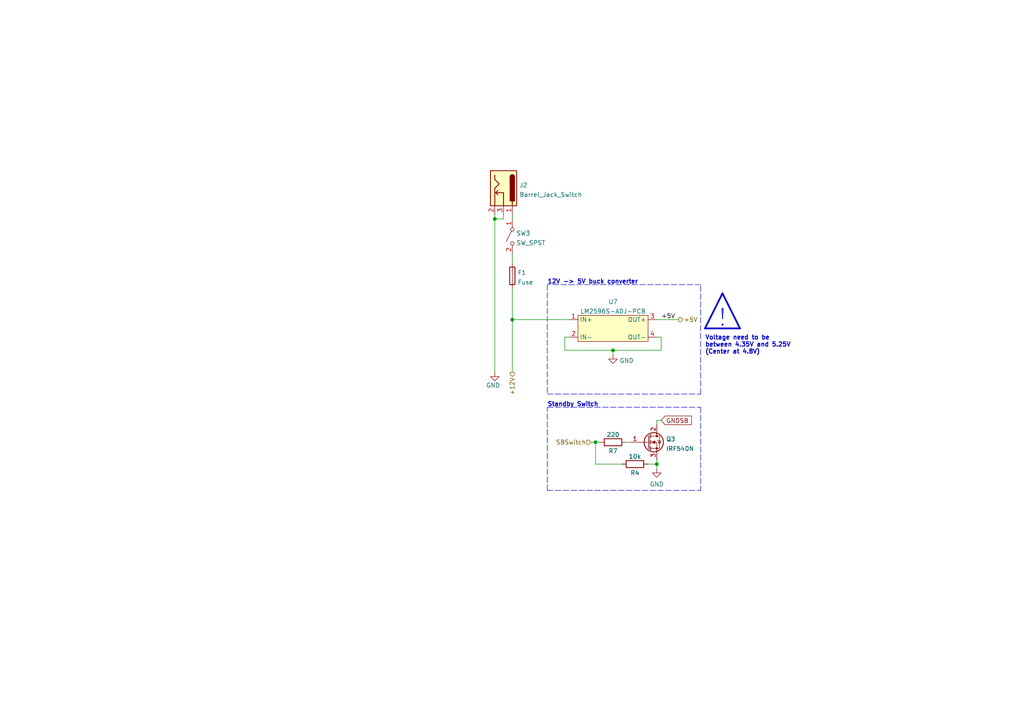
<source format=kicad_sch>
(kicad_sch (version 20210621) (generator eeschema)

  (uuid 1ffae53f-37aa-4f2a-a3f7-8cee4769b285)

  (paper "A4")

  (title_block
    (title "Filament Dryer Power Supply")
    (date "2022-06-20")
    (rev "1")
    (company "Fuziot Engineering")
  )

  (lib_symbols
    (symbol "Buck_Converters:LM2596S-ADJ-PCB" (in_bom yes) (on_board yes)
      (property "Reference" "U" (id 0) (at 0 5.08 0)
        (effects (font (size 1.27 1.27)))
      )
      (property "Value" "LM2596S-ADJ-PCB" (id 1) (at 0 -5.08 0)
        (effects (font (size 1.27 1.27)))
      )
      (property "Footprint" "" (id 2) (at 0 0 0)
        (effects (font (size 1.27 1.27)) hide)
      )
      (property "Datasheet" "" (id 3) (at 0 0 0)
        (effects (font (size 1.27 1.27)) hide)
      )
      (symbol "LM2596S-ADJ-PCB_0_1"
        (rectangle (start -10.16 3.81) (end 10.16 -3.81)
          (stroke (width 0.1524) (type default) (color 0 0 0 0))
          (fill (type background))
        )
      )
      (symbol "LM2596S-ADJ-PCB_1_1"
        (pin power_in line (at -12.7 2.54 0) (length 2.54)
          (name "IN+" (effects (font (size 1.27 1.27))))
          (number "1" (effects (font (size 1.27 1.27))))
        )
        (pin power_in line (at -12.7 -2.54 0) (length 2.54)
          (name "IN-" (effects (font (size 1.27 1.27))))
          (number "2" (effects (font (size 1.27 1.27))))
        )
        (pin power_in line (at 12.7 2.54 180) (length 2.54)
          (name "OUT+" (effects (font (size 1.27 1.27))))
          (number "3" (effects (font (size 1.27 1.27))))
        )
        (pin power_in line (at 12.7 -2.54 180) (length 2.54)
          (name "OUT-" (effects (font (size 1.27 1.27))))
          (number "4" (effects (font (size 1.27 1.27))))
        )
      )
    )
    (symbol "Connector:Barrel_Jack_Switch" (pin_names hide) (in_bom yes) (on_board yes)
      (property "Reference" "J" (id 0) (at 0 5.334 0)
        (effects (font (size 1.27 1.27)))
      )
      (property "Value" "Barrel_Jack_Switch" (id 1) (at 0 -5.08 0)
        (effects (font (size 1.27 1.27)))
      )
      (property "Footprint" "" (id 2) (at 1.27 -1.016 0)
        (effects (font (size 1.27 1.27)) hide)
      )
      (property "Datasheet" "~" (id 3) (at 1.27 -1.016 0)
        (effects (font (size 1.27 1.27)) hide)
      )
      (property "ki_keywords" "DC power barrel jack connector" (id 4) (at 0 0 0)
        (effects (font (size 1.27 1.27)) hide)
      )
      (property "ki_description" "DC Barrel Jack with an internal switch" (id 5) (at 0 0 0)
        (effects (font (size 1.27 1.27)) hide)
      )
      (property "ki_fp_filters" "BarrelJack*" (id 6) (at 0 0 0)
        (effects (font (size 1.27 1.27)) hide)
      )
      (symbol "Barrel_Jack_Switch_0_1"
        (rectangle (start -5.08 3.81) (end 5.08 -3.81)
          (stroke (width 0.254) (type default) (color 0 0 0 0))
          (fill (type background))
        )
        (arc (start -3.302 3.175) (mid -3.937 2.54) (end -3.302 1.905)
          (stroke (width 0.254) (type default) (color 0 0 0 0))
          (fill (type none))
        )
        (arc (start -3.302 3.175) (mid -3.937 2.54) (end -3.302 1.905)
          (stroke (width 0.254) (type default) (color 0 0 0 0))
          (fill (type outline))
        )
        (polyline
          (pts
            (xy 1.27 -2.286)
            (xy 1.905 -1.651)
          )
          (stroke (width 0.254) (type default) (color 0 0 0 0))
          (fill (type none))
        )
        (polyline
          (pts
            (xy 5.08 2.54)
            (xy 3.81 2.54)
          )
          (stroke (width 0.254) (type default) (color 0 0 0 0))
          (fill (type none))
        )
        (polyline
          (pts
            (xy 5.08 0)
            (xy 1.27 0)
            (xy 1.27 -2.286)
            (xy 0.635 -1.651)
          )
          (stroke (width 0.254) (type default) (color 0 0 0 0))
          (fill (type none))
        )
        (polyline
          (pts
            (xy -3.81 -2.54)
            (xy -2.54 -2.54)
            (xy -1.27 -1.27)
            (xy 0 -2.54)
            (xy 2.54 -2.54)
            (xy 5.08 -2.54)
          )
          (stroke (width 0.254) (type default) (color 0 0 0 0))
          (fill (type none))
        )
        (rectangle (start 3.683 3.175) (end -3.302 1.905)
          (stroke (width 0.254) (type default) (color 0 0 0 0))
          (fill (type outline))
        )
      )
      (symbol "Barrel_Jack_Switch_1_1"
        (pin passive line (at 7.62 2.54 180) (length 2.54)
          (name "~" (effects (font (size 1.27 1.27))))
          (number "1" (effects (font (size 1.27 1.27))))
        )
        (pin passive line (at 7.62 -2.54 180) (length 2.54)
          (name "~" (effects (font (size 1.27 1.27))))
          (number "2" (effects (font (size 1.27 1.27))))
        )
        (pin passive line (at 7.62 0 180) (length 2.54)
          (name "~" (effects (font (size 1.27 1.27))))
          (number "3" (effects (font (size 1.27 1.27))))
        )
      )
    )
    (symbol "Device:Fuse" (pin_numbers hide) (pin_names (offset 0)) (in_bom yes) (on_board yes)
      (property "Reference" "F" (id 0) (at 2.032 0 90)
        (effects (font (size 1.27 1.27)))
      )
      (property "Value" "Fuse" (id 1) (at -1.905 0 90)
        (effects (font (size 1.27 1.27)))
      )
      (property "Footprint" "" (id 2) (at -1.778 0 90)
        (effects (font (size 1.27 1.27)) hide)
      )
      (property "Datasheet" "~" (id 3) (at 0 0 0)
        (effects (font (size 1.27 1.27)) hide)
      )
      (property "ki_keywords" "fuse" (id 4) (at 0 0 0)
        (effects (font (size 1.27 1.27)) hide)
      )
      (property "ki_description" "Fuse" (id 5) (at 0 0 0)
        (effects (font (size 1.27 1.27)) hide)
      )
      (property "ki_fp_filters" "*Fuse*" (id 6) (at 0 0 0)
        (effects (font (size 1.27 1.27)) hide)
      )
      (symbol "Fuse_0_1"
        (rectangle (start -0.762 -2.54) (end 0.762 2.54)
          (stroke (width 0.254) (type default) (color 0 0 0 0))
          (fill (type none))
        )
        (polyline
          (pts
            (xy 0 2.54)
            (xy 0 -2.54)
          )
          (stroke (width 0) (type default) (color 0 0 0 0))
          (fill (type none))
        )
      )
      (symbol "Fuse_1_1"
        (pin passive line (at 0 3.81 270) (length 1.27)
          (name "~" (effects (font (size 1.27 1.27))))
          (number "1" (effects (font (size 1.27 1.27))))
        )
        (pin passive line (at 0 -3.81 90) (length 1.27)
          (name "~" (effects (font (size 1.27 1.27))))
          (number "2" (effects (font (size 1.27 1.27))))
        )
      )
    )
    (symbol "Device:R" (pin_numbers hide) (pin_names (offset 0)) (in_bom yes) (on_board yes)
      (property "Reference" "R" (id 0) (at 2.032 0 90)
        (effects (font (size 1.27 1.27)))
      )
      (property "Value" "R" (id 1) (at 0 0 90)
        (effects (font (size 1.27 1.27)))
      )
      (property "Footprint" "" (id 2) (at -1.778 0 90)
        (effects (font (size 1.27 1.27)) hide)
      )
      (property "Datasheet" "~" (id 3) (at 0 0 0)
        (effects (font (size 1.27 1.27)) hide)
      )
      (property "ki_keywords" "R res resistor" (id 4) (at 0 0 0)
        (effects (font (size 1.27 1.27)) hide)
      )
      (property "ki_description" "Resistor" (id 5) (at 0 0 0)
        (effects (font (size 1.27 1.27)) hide)
      )
      (property "ki_fp_filters" "R_*" (id 6) (at 0 0 0)
        (effects (font (size 1.27 1.27)) hide)
      )
      (symbol "R_0_1"
        (rectangle (start -1.016 -2.54) (end 1.016 2.54)
          (stroke (width 0.254) (type default) (color 0 0 0 0))
          (fill (type none))
        )
      )
      (symbol "R_1_1"
        (pin passive line (at 0 3.81 270) (length 1.27)
          (name "~" (effects (font (size 1.27 1.27))))
          (number "1" (effects (font (size 1.27 1.27))))
        )
        (pin passive line (at 0 -3.81 90) (length 1.27)
          (name "~" (effects (font (size 1.27 1.27))))
          (number "2" (effects (font (size 1.27 1.27))))
        )
      )
    )
    (symbol "Switch:SW_SPST" (pin_names (offset 0) hide) (in_bom yes) (on_board yes)
      (property "Reference" "SW" (id 0) (at 0 3.175 0)
        (effects (font (size 1.27 1.27)))
      )
      (property "Value" "SW_SPST" (id 1) (at 0 -2.54 0)
        (effects (font (size 1.27 1.27)))
      )
      (property "Footprint" "" (id 2) (at 0 0 0)
        (effects (font (size 1.27 1.27)) hide)
      )
      (property "Datasheet" "~" (id 3) (at 0 0 0)
        (effects (font (size 1.27 1.27)) hide)
      )
      (property "ki_keywords" "switch lever" (id 4) (at 0 0 0)
        (effects (font (size 1.27 1.27)) hide)
      )
      (property "ki_description" "Single Pole Single Throw (SPST) switch" (id 5) (at 0 0 0)
        (effects (font (size 1.27 1.27)) hide)
      )
      (symbol "SW_SPST_0_0"
        (circle (center -2.032 0) (radius 0.508)
          (stroke (width 0) (type default) (color 0 0 0 0))
          (fill (type none))
        )
        (polyline
          (pts
            (xy -1.524 0.254)
            (xy 1.524 1.778)
          )
          (stroke (width 0) (type default) (color 0 0 0 0))
          (fill (type none))
        )
        (circle (center 2.032 0) (radius 0.508)
          (stroke (width 0) (type default) (color 0 0 0 0))
          (fill (type none))
        )
      )
      (symbol "SW_SPST_1_1"
        (pin passive line (at -5.08 0 0) (length 2.54)
          (name "A" (effects (font (size 1.27 1.27))))
          (number "1" (effects (font (size 1.27 1.27))))
        )
        (pin passive line (at 5.08 0 180) (length 2.54)
          (name "B" (effects (font (size 1.27 1.27))))
          (number "2" (effects (font (size 1.27 1.27))))
        )
      )
    )
    (symbol "Transistor_FET:IRF540N" (pin_names hide) (in_bom yes) (on_board yes)
      (property "Reference" "Q" (id 0) (at 6.35 1.905 0)
        (effects (font (size 1.27 1.27)) (justify left))
      )
      (property "Value" "IRF540N" (id 1) (at 6.35 0 0)
        (effects (font (size 1.27 1.27)) (justify left))
      )
      (property "Footprint" "Package_TO_SOT_THT:TO-220-3_Vertical" (id 2) (at 6.35 -1.905 0)
        (effects (font (size 1.27 1.27) italic) (justify left) hide)
      )
      (property "Datasheet" "http://www.irf.com/product-info/datasheets/data/irf540n.pdf" (id 3) (at 0 0 0)
        (effects (font (size 1.27 1.27)) (justify left) hide)
      )
      (property "ki_keywords" "HEXFET N-Channel MOSFET" (id 4) (at 0 0 0)
        (effects (font (size 1.27 1.27)) hide)
      )
      (property "ki_description" "33A Id, 100V Vds, HEXFET N-Channel MOSFET, TO-220" (id 5) (at 0 0 0)
        (effects (font (size 1.27 1.27)) hide)
      )
      (property "ki_fp_filters" "TO?220*" (id 6) (at 0 0 0)
        (effects (font (size 1.27 1.27)) hide)
      )
      (symbol "IRF540N_0_1"
        (polyline
          (pts
            (xy 0.254 0)
            (xy -2.54 0)
          )
          (stroke (width 0) (type default) (color 0 0 0 0))
          (fill (type none))
        )
        (polyline
          (pts
            (xy 0.254 1.905)
            (xy 0.254 -1.905)
          )
          (stroke (width 0.254) (type default) (color 0 0 0 0))
          (fill (type none))
        )
        (polyline
          (pts
            (xy 0.762 -1.27)
            (xy 0.762 -2.286)
          )
          (stroke (width 0.254) (type default) (color 0 0 0 0))
          (fill (type none))
        )
        (polyline
          (pts
            (xy 0.762 0.508)
            (xy 0.762 -0.508)
          )
          (stroke (width 0.254) (type default) (color 0 0 0 0))
          (fill (type none))
        )
        (polyline
          (pts
            (xy 0.762 2.286)
            (xy 0.762 1.27)
          )
          (stroke (width 0.254) (type default) (color 0 0 0 0))
          (fill (type none))
        )
        (polyline
          (pts
            (xy 2.54 2.54)
            (xy 2.54 1.778)
          )
          (stroke (width 0) (type default) (color 0 0 0 0))
          (fill (type none))
        )
        (polyline
          (pts
            (xy 2.54 -2.54)
            (xy 2.54 0)
            (xy 0.762 0)
          )
          (stroke (width 0) (type default) (color 0 0 0 0))
          (fill (type none))
        )
        (polyline
          (pts
            (xy 0.762 -1.778)
            (xy 3.302 -1.778)
            (xy 3.302 1.778)
            (xy 0.762 1.778)
          )
          (stroke (width 0) (type default) (color 0 0 0 0))
          (fill (type none))
        )
        (polyline
          (pts
            (xy 1.016 0)
            (xy 2.032 0.381)
            (xy 2.032 -0.381)
            (xy 1.016 0)
          )
          (stroke (width 0) (type default) (color 0 0 0 0))
          (fill (type outline))
        )
        (polyline
          (pts
            (xy 2.794 0.508)
            (xy 2.921 0.381)
            (xy 3.683 0.381)
            (xy 3.81 0.254)
          )
          (stroke (width 0) (type default) (color 0 0 0 0))
          (fill (type none))
        )
        (polyline
          (pts
            (xy 3.302 0.381)
            (xy 2.921 -0.254)
            (xy 3.683 -0.254)
            (xy 3.302 0.381)
          )
          (stroke (width 0) (type default) (color 0 0 0 0))
          (fill (type none))
        )
        (circle (center 1.651 0) (radius 2.794)
          (stroke (width 0.254) (type default) (color 0 0 0 0))
          (fill (type none))
        )
        (circle (center 2.54 -1.778) (radius 0.254)
          (stroke (width 0) (type default) (color 0 0 0 0))
          (fill (type outline))
        )
        (circle (center 2.54 1.778) (radius 0.254)
          (stroke (width 0) (type default) (color 0 0 0 0))
          (fill (type outline))
        )
      )
      (symbol "IRF540N_1_1"
        (pin input line (at -5.08 0 0) (length 2.54)
          (name "G" (effects (font (size 1.27 1.27))))
          (number "1" (effects (font (size 1.27 1.27))))
        )
        (pin passive line (at 2.54 5.08 270) (length 2.54)
          (name "D" (effects (font (size 1.27 1.27))))
          (number "2" (effects (font (size 1.27 1.27))))
        )
        (pin passive line (at 2.54 -5.08 90) (length 2.54)
          (name "S" (effects (font (size 1.27 1.27))))
          (number "3" (effects (font (size 1.27 1.27))))
        )
      )
    )
    (symbol "power:GND" (power) (pin_names (offset 0)) (in_bom yes) (on_board yes)
      (property "Reference" "#PWR" (id 0) (at 0 -6.35 0)
        (effects (font (size 1.27 1.27)) hide)
      )
      (property "Value" "GND" (id 1) (at 0 -3.81 0)
        (effects (font (size 1.27 1.27)))
      )
      (property "Footprint" "" (id 2) (at 0 0 0)
        (effects (font (size 1.27 1.27)) hide)
      )
      (property "Datasheet" "" (id 3) (at 0 0 0)
        (effects (font (size 1.27 1.27)) hide)
      )
      (property "ki_keywords" "power-flag" (id 4) (at 0 0 0)
        (effects (font (size 1.27 1.27)) hide)
      )
      (property "ki_description" "Power symbol creates a global label with name \"GND\" , ground" (id 5) (at 0 0 0)
        (effects (font (size 1.27 1.27)) hide)
      )
      (symbol "GND_0_1"
        (polyline
          (pts
            (xy 0 0)
            (xy 0 -1.27)
            (xy 1.27 -1.27)
            (xy 0 -2.54)
            (xy -1.27 -1.27)
            (xy 0 -1.27)
          )
          (stroke (width 0) (type default) (color 0 0 0 0))
          (fill (type none))
        )
      )
      (symbol "GND_1_1"
        (pin power_in line (at 0 0 270) (length 0) hide
          (name "GND" (effects (font (size 1.27 1.27))))
          (number "1" (effects (font (size 1.27 1.27))))
        )
      )
    )
  )

  (junction (at 148.59 92.71) (diameter 0) (color 0 0 0 0))
  (junction (at 190.5 134.62) (diameter 0) (color 0 0 0 0))
  (junction (at 143.51 63.5) (diameter 0) (color 0 0 0 0))
  (junction (at 172.72 128.27) (diameter 0) (color 0 0 0 0))
  (junction (at 177.8 101.6) (diameter 0) (color 0 0 0 0))

  (wire (pts (xy 190.5 134.62) (xy 187.96 134.62))
    (stroke (width 0) (type default) (color 0 0 0 0))
    (uuid 08664328-7d74-4ba2-a0eb-023fa25ccb70)
  )
  (wire (pts (xy 191.77 121.92) (xy 190.5 121.92))
    (stroke (width 0) (type default) (color 0 0 0 0))
    (uuid 0a87273c-fc29-4159-a1af-f0f44a9a3398)
  )
  (wire (pts (xy 190.5 134.62) (xy 190.5 135.89))
    (stroke (width 0) (type default) (color 0 0 0 0))
    (uuid 10f16606-4fd4-4edd-9f04-ffbd4aececd5)
  )
  (wire (pts (xy 191.77 97.79) (xy 190.5 97.79))
    (stroke (width 0) (type default) (color 0 0 0 0))
    (uuid 160cb622-e9cb-43ac-b745-c618cc1332b9)
  )
  (wire (pts (xy 180.34 134.62) (xy 172.72 134.62))
    (stroke (width 0) (type default) (color 0 0 0 0))
    (uuid 2936f092-d372-4b00-90af-bf3da65c9705)
  )
  (polyline (pts (xy 203.2 118.11) (xy 203.2 142.24))
    (stroke (width 0) (type default) (color 0 0 0 0))
    (uuid 2a5db25b-8708-4214-999b-e776a47bd90d)
  )

  (wire (pts (xy 190.5 133.35) (xy 190.5 134.62))
    (stroke (width 0) (type default) (color 0 0 0 0))
    (uuid 2cb55c4b-a6cd-4ea9-907f-9a0ecfe9e0c2)
  )
  (wire (pts (xy 177.8 101.6) (xy 191.77 101.6))
    (stroke (width 0) (type default) (color 0 0 0 0))
    (uuid 3c1b6f03-7ef0-4fa2-baaf-ba04a56d9de7)
  )
  (wire (pts (xy 163.83 97.79) (xy 165.1 97.79))
    (stroke (width 0) (type default) (color 0 0 0 0))
    (uuid 4fa5ef86-ec44-4c3a-ae75-f1d69cf4602a)
  )
  (polyline (pts (xy 204.47 95.25) (xy 214.63 95.25))
    (stroke (width 0.5) (type solid) (color 0 0 0 0))
    (uuid 533910dd-4603-418e-91e6-8a107e355a45)
  )
  (polyline (pts (xy 214.63 95.25) (xy 209.55 85.09))
    (stroke (width 0.5) (type solid) (color 0 0 0 0))
    (uuid 533910dd-4603-418e-91e6-8a107e355a45)
  )
  (polyline (pts (xy 204.47 95.25) (xy 209.55 85.09))
    (stroke (width 0.5) (type solid) (color 0 0 0 0))
    (uuid 533910dd-4603-418e-91e6-8a107e355a45)
  )

  (wire (pts (xy 177.8 102.87) (xy 177.8 101.6))
    (stroke (width 0) (type default) (color 0 0 0 0))
    (uuid 56f6fab4-922f-4462-86f0-6411fb4204e2)
  )
  (wire (pts (xy 143.51 62.23) (xy 143.51 63.5))
    (stroke (width 0) (type default) (color 0 0 0 0))
    (uuid 5c63075b-31e8-4bcc-bbfd-64fda7808584)
  )
  (wire (pts (xy 143.51 63.5) (xy 143.51 107.95))
    (stroke (width 0) (type default) (color 0 0 0 0))
    (uuid 5c63075b-31e8-4bcc-bbfd-64fda7808584)
  )
  (wire (pts (xy 163.83 97.79) (xy 163.83 101.6))
    (stroke (width 0) (type default) (color 0 0 0 0))
    (uuid 60ff773c-2efb-4519-a117-f9695b52091b)
  )
  (wire (pts (xy 163.83 101.6) (xy 177.8 101.6))
    (stroke (width 0) (type default) (color 0 0 0 0))
    (uuid 60ff773c-2efb-4519-a117-f9695b52091b)
  )
  (polyline (pts (xy 158.75 142.24) (xy 203.2 142.24))
    (stroke (width 0) (type default) (color 0 0 0 0))
    (uuid 70eec914-c4e3-4ae7-b854-64da1557b098)
  )
  (polyline (pts (xy 158.75 142.24) (xy 158.75 118.11))
    (stroke (width 0) (type default) (color 0 0 0 0))
    (uuid 7cb1f760-b419-4a60-a8ae-e3e5cd6f5fc7)
  )

  (wire (pts (xy 172.72 128.27) (xy 173.99 128.27))
    (stroke (width 0) (type default) (color 0 0 0 0))
    (uuid 7cf3c03d-ed66-4504-b3c0-f0a672bf559c)
  )
  (wire (pts (xy 171.45 128.27) (xy 172.72 128.27))
    (stroke (width 0) (type default) (color 0 0 0 0))
    (uuid 7cf3c03d-ed66-4504-b3c0-f0a672bf559c)
  )
  (wire (pts (xy 181.61 128.27) (xy 182.88 128.27))
    (stroke (width 0) (type default) (color 0 0 0 0))
    (uuid 7cf3c03d-ed66-4504-b3c0-f0a672bf559c)
  )
  (wire (pts (xy 148.59 63.5) (xy 148.59 62.23))
    (stroke (width 0) (type default) (color 0 0 0 0))
    (uuid 9fbea6a1-fb3b-4bd4-bc59-b314c4e00b0f)
  )
  (polyline (pts (xy 158.75 118.11) (xy 203.2 118.11))
    (stroke (width 0) (type default) (color 0 0 0 0))
    (uuid b1b76d24-d67e-4465-9a28-f566101de9fb)
  )

  (wire (pts (xy 172.72 134.62) (xy 172.72 128.27))
    (stroke (width 0) (type default) (color 0 0 0 0))
    (uuid b20c52ee-2909-465d-bf2e-6470e67bc3b7)
  )
  (wire (pts (xy 146.05 62.23) (xy 146.05 63.5))
    (stroke (width 0) (type default) (color 0 0 0 0))
    (uuid bec61ce9-9b2a-4916-9995-da1253a4d77d)
  )
  (wire (pts (xy 146.05 63.5) (xy 143.51 63.5))
    (stroke (width 0) (type default) (color 0 0 0 0))
    (uuid bec61ce9-9b2a-4916-9995-da1253a4d77d)
  )
  (wire (pts (xy 196.85 92.71) (xy 190.5 92.71))
    (stroke (width 0) (type default) (color 0 0 0 0))
    (uuid c15a2a2a-1c93-4bb5-bb6b-dddadda0d906)
  )
  (wire (pts (xy 191.77 101.6) (xy 191.77 97.79))
    (stroke (width 0) (type default) (color 0 0 0 0))
    (uuid dd881cba-4f68-4fc3-8fa6-1225b44cf737)
  )
  (wire (pts (xy 148.59 92.71) (xy 165.1 92.71))
    (stroke (width 0) (type default) (color 0 0 0 0))
    (uuid ec0ab8f9-ec49-4791-8594-e63c0b67d3ae)
  )
  (wire (pts (xy 190.5 121.92) (xy 190.5 123.19))
    (stroke (width 0) (type default) (color 0 0 0 0))
    (uuid ee832782-5133-4589-93cf-2dedafb67a32)
  )
  (polyline (pts (xy 203.2 114.3) (xy 203.2 82.55))
    (stroke (width 0) (type default) (color 0 0 0 0))
    (uuid f149729d-bd26-41e9-a9cd-c6a31504f2e6)
  )
  (polyline (pts (xy 158.75 114.3) (xy 203.2 114.3))
    (stroke (width 0) (type default) (color 0 0 0 0))
    (uuid f149729d-bd26-41e9-a9cd-c6a31504f2e6)
  )
  (polyline (pts (xy 203.2 82.55) (xy 158.75 82.55))
    (stroke (width 0) (type default) (color 0 0 0 0))
    (uuid f149729d-bd26-41e9-a9cd-c6a31504f2e6)
  )
  (polyline (pts (xy 158.75 82.55) (xy 158.75 114.3))
    (stroke (width 0) (type default) (color 0 0 0 0))
    (uuid f149729d-bd26-41e9-a9cd-c6a31504f2e6)
  )

  (wire (pts (xy 148.59 83.82) (xy 148.59 92.71))
    (stroke (width 0) (type default) (color 0 0 0 0))
    (uuid f1f04426-9876-4040-aaea-6963561bd4bb)
  )
  (wire (pts (xy 148.59 73.66) (xy 148.59 76.2))
    (stroke (width 0) (type default) (color 0 0 0 0))
    (uuid f1f04426-9876-4040-aaea-6963561bd4bb)
  )
  (wire (pts (xy 148.59 92.71) (xy 148.59 107.95))
    (stroke (width 0) (type default) (color 0 0 0 0))
    (uuid f1f04426-9876-4040-aaea-6963561bd4bb)
  )

  (text "!\n" (at 208.28 95.25 0)
    (effects (font (size 5 5)) (justify left bottom))
    (uuid 033e12d3-5633-4dce-90c5-8b32435b70f9)
  )
  (text "Standby Switch" (at 158.75 118.11 0)
    (effects (font (size 1.27 1.27) bold) (justify left bottom))
    (uuid 0ed3c231-e3b3-4a0a-8e0e-5db8bceafc35)
  )
  (text "12V -> 5V buck converter" (at 158.75 82.55 0)
    (effects (font (size 1.27 1.27) bold) (justify left bottom))
    (uuid 57b30539-2ed7-4e1b-89da-3fd627d51e3d)
  )
  (text "Voltage need to be \nbetween 4.35V and 5.25V\n(Center at 4.8V)"
    (at 204.47 102.87 0)
    (effects (font (size 1.27 1.27) (thickness 0.254) bold) (justify left bottom))
    (uuid a6bb88a1-5d52-4758-bebf-4aaee4859da6)
  )

  (label "+5V" (at 191.77 92.71 0)
    (effects (font (size 1.27 1.27)) (justify left bottom))
    (uuid 244ef1fd-a244-4647-9d69-bf8aec2f2eea)
  )

  (global_label "GNDSB" (shape input) (at 191.77 121.92 0) (fields_autoplaced)
    (effects (font (size 1.27 1.27)) (justify left))
    (uuid f7dd0d27-5812-43c2-8d9e-51e2f5a0f5a2)
    (property "Intersheet References" "${INTERSHEET_REFS}" (id 0) (at 200.5331 121.8406 0)
      (effects (font (size 1.27 1.27)) (justify left) hide)
    )
  )

  (hierarchical_label "+12V" (shape output) (at 148.59 107.95 270)
    (effects (font (size 1.27 1.27)) (justify right))
    (uuid 6b720b9d-5185-4758-9d19-f3e030de5437)
  )
  (hierarchical_label "+5V" (shape output) (at 196.85 92.71 0)
    (effects (font (size 1.27 1.27)) (justify left))
    (uuid bdcd432c-211c-4a00-b251-0a401502a80b)
  )
  (hierarchical_label "SBSwitch" (shape input) (at 171.45 128.27 180)
    (effects (font (size 1.27 1.27)) (justify right))
    (uuid d7dcac58-94d3-4780-b7d1-2015ca8fc2ed)
  )

  (symbol (lib_id "Device:Fuse") (at 148.59 80.01 0) (unit 1)
    (in_bom yes) (on_board yes) (fields_autoplaced)
    (uuid 0433e9bf-6ee3-4a68-9ea6-aef34dc498d3)
    (property "Reference" "F1" (id 0) (at 150.114 79.1015 0)
      (effects (font (size 1.27 1.27)) (justify left))
    )
    (property "Value" "Fuse" (id 1) (at 150.114 81.8766 0)
      (effects (font (size 1.27 1.27)) (justify left))
    )
    (property "Footprint" "Connector:7A_Connector_2Pin" (id 2) (at 146.812 80.01 90)
      (effects (font (size 1.27 1.27)) hide)
    )
    (property "Datasheet" "~" (id 3) (at 148.59 80.01 0)
      (effects (font (size 1.27 1.27)) hide)
    )
    (pin "1" (uuid 3d570651-0064-49bc-8307-755babaa37e9))
    (pin "2" (uuid 973cb088-09fe-4625-8047-d9a46b540962))
  )

  (symbol (lib_id "Buck_Converters:LM2596S-ADJ-PCB") (at 177.8 95.25 0) (unit 1)
    (in_bom yes) (on_board yes) (fields_autoplaced)
    (uuid 04df00a8-c800-4495-9c02-c687c8b08518)
    (property "Reference" "U7" (id 0) (at 177.8 87.5243 0))
    (property "Value" "LM2596S-ADJ-PCB" (id 1) (at 177.8 90.2994 0))
    (property "Footprint" "Buck_Converter:LM2596" (id 2) (at 177.8 95.25 0)
      (effects (font (size 1.27 1.27)) hide)
    )
    (property "Datasheet" "" (id 3) (at 177.8 95.25 0)
      (effects (font (size 1.27 1.27)) hide)
    )
    (pin "1" (uuid 4ee90170-cf06-4c54-9559-7bd4de568c8a))
    (pin "2" (uuid 4acbbc73-0b05-499e-9503-9319784e75e2))
    (pin "3" (uuid f42019c8-014e-48a5-9f86-0f69a53b4fb4))
    (pin "4" (uuid bc449955-96ec-4c1c-bfeb-df1a35e17b79))
  )

  (symbol (lib_id "power:GND") (at 143.51 107.95 0) (unit 1)
    (in_bom yes) (on_board yes)
    (uuid 05250c0a-3f1e-417e-93a8-7c8062cc1db6)
    (property "Reference" "#PWR0102" (id 0) (at 143.51 114.3 0)
      (effects (font (size 1.27 1.27)) hide)
    )
    (property "Value" "GND" (id 1) (at 140.97 111.76 0)
      (effects (font (size 1.27 1.27)) (justify left))
    )
    (property "Footprint" "" (id 2) (at 143.51 107.95 0)
      (effects (font (size 1.27 1.27)) hide)
    )
    (property "Datasheet" "" (id 3) (at 143.51 107.95 0)
      (effects (font (size 1.27 1.27)) hide)
    )
    (pin "1" (uuid d9d4e447-a0fc-4e95-92c7-efe09ed7f4e2))
  )

  (symbol (lib_id "Transistor_FET:IRF540N") (at 187.96 128.27 0) (unit 1)
    (in_bom yes) (on_board yes) (fields_autoplaced)
    (uuid 3e933f37-6e44-4c12-851c-d16c3f56d9ae)
    (property "Reference" "Q3" (id 0) (at 193.167 127.3615 0)
      (effects (font (size 1.27 1.27)) (justify left))
    )
    (property "Value" "IRF540N" (id 1) (at 193.167 130.1366 0)
      (effects (font (size 1.27 1.27)) (justify left))
    )
    (property "Footprint" "Package_TO_SOT_THT:TO-220-3_Horizontal_TabUp" (id 2) (at 194.31 130.175 0)
      (effects (font (size 1.27 1.27) italic) (justify left) hide)
    )
    (property "Datasheet" "http://www.irf.com/product-info/datasheets/data/irf540n.pdf" (id 3) (at 187.96 128.27 0)
      (effects (font (size 1.27 1.27)) (justify left) hide)
    )
    (pin "1" (uuid 5f9ad219-8547-4f65-8640-65db505e261f))
    (pin "2" (uuid df11a7d1-c43a-486e-9923-1fbbaf37ca03))
    (pin "3" (uuid 55eddb7d-d8bd-449f-88be-6df968394475))
  )

  (symbol (lib_id "Switch:SW_SPST") (at 148.59 68.58 90) (mirror x) (unit 1)
    (in_bom yes) (on_board yes) (fields_autoplaced)
    (uuid 42db30a0-7041-423c-9c3e-3052e4423df0)
    (property "Reference" "SW3" (id 0) (at 149.733 67.6715 90)
      (effects (font (size 1.27 1.27)) (justify right))
    )
    (property "Value" "SW_SPST" (id 1) (at 149.733 70.4466 90)
      (effects (font (size 1.27 1.27)) (justify right))
    )
    (property "Footprint" "Connector:7A_Connector_2Pin" (id 2) (at 148.59 68.58 0)
      (effects (font (size 1.27 1.27)) hide)
    )
    (property "Datasheet" "~" (id 3) (at 148.59 68.58 0)
      (effects (font (size 1.27 1.27)) hide)
    )
    (pin "1" (uuid 448f798e-4cd2-4967-bc02-6515df597858))
    (pin "2" (uuid 382a2630-3730-48d9-8ed8-5cd5be2d586a))
  )

  (symbol (lib_id "power:GND") (at 177.8 102.87 0) (unit 1)
    (in_bom yes) (on_board yes) (fields_autoplaced)
    (uuid 6e1ae61e-4afa-4c21-b451-ed4a72d78713)
    (property "Reference" "#PWR0101" (id 0) (at 177.8 109.22 0)
      (effects (font (size 1.27 1.27)) hide)
    )
    (property "Value" "GND" (id 1) (at 179.705 104.619 0)
      (effects (font (size 1.27 1.27)) (justify left))
    )
    (property "Footprint" "" (id 2) (at 177.8 102.87 0)
      (effects (font (size 1.27 1.27)) hide)
    )
    (property "Datasheet" "" (id 3) (at 177.8 102.87 0)
      (effects (font (size 1.27 1.27)) hide)
    )
    (pin "1" (uuid 12e68081-bf67-42c0-974a-efdd2fff0e39))
  )

  (symbol (lib_id "Connector:Barrel_Jack_Switch") (at 146.05 54.61 270) (unit 1)
    (in_bom yes) (on_board yes) (fields_autoplaced)
    (uuid 7f6011a7-1409-4803-ab60-c2025ff67926)
    (property "Reference" "J2" (id 0) (at 150.622 53.7015 90)
      (effects (font (size 1.27 1.27)) (justify left))
    )
    (property "Value" "Barrel_Jack_Switch" (id 1) (at 150.622 56.4766 90)
      (effects (font (size 1.27 1.27)) (justify left))
    )
    (property "Footprint" "Connector:7A_Connector_2Pin" (id 2) (at 145.034 55.88 0)
      (effects (font (size 1.27 1.27)) hide)
    )
    (property "Datasheet" "~" (id 3) (at 145.034 55.88 0)
      (effects (font (size 1.27 1.27)) hide)
    )
    (pin "1" (uuid 89874e1b-e02c-4b4c-8a90-4e7d64cce5f2))
    (pin "2" (uuid b3967c76-914a-46a7-8348-9d4dbdfee5c9))
    (pin "3" (uuid 104d9510-828c-4a59-9def-4b95a9f06fe9))
  )

  (symbol (lib_id "Device:R") (at 177.8 128.27 90) (unit 1)
    (in_bom yes) (on_board yes)
    (uuid 8218b03d-8a6c-40df-9ff9-96aaf9fef4d2)
    (property "Reference" "R7" (id 0) (at 177.8 130.81 90))
    (property "Value" "220" (id 1) (at 177.8 126.0626 90))
    (property "Footprint" "Resistor_THT:R_Axial_DIN0207_L6.3mm_D2.5mm_P10.16mm_Horizontal" (id 2) (at 177.8 130.048 90)
      (effects (font (size 1.27 1.27)) hide)
    )
    (property "Datasheet" "~" (id 3) (at 177.8 128.27 0)
      (effects (font (size 1.27 1.27)) hide)
    )
    (pin "1" (uuid 24190915-8111-4135-ae33-0ddd0487c777))
    (pin "2" (uuid 9af5ab04-b869-4d0b-bf78-d52947b728d2))
  )

  (symbol (lib_id "Device:R") (at 184.15 134.62 90) (unit 1)
    (in_bom yes) (on_board yes)
    (uuid c480f664-1b08-4c9a-b5ec-285c3764f154)
    (property "Reference" "R4" (id 0) (at 184.15 137.16 90))
    (property "Value" "10k" (id 1) (at 184.15 132.4126 90))
    (property "Footprint" "Resistor_THT:R_Axial_DIN0207_L6.3mm_D2.5mm_P10.16mm_Horizontal" (id 2) (at 184.15 136.398 90)
      (effects (font (size 1.27 1.27)) hide)
    )
    (property "Datasheet" "~" (id 3) (at 184.15 134.62 0)
      (effects (font (size 1.27 1.27)) hide)
    )
    (pin "1" (uuid 8c4957dc-2b58-451c-86f6-a919b0be65d4))
    (pin "2" (uuid d3d2a1c0-d24c-4c5a-993f-303beecc4476))
  )

  (symbol (lib_id "power:GND") (at 190.5 135.89 0) (unit 1)
    (in_bom yes) (on_board yes) (fields_autoplaced)
    (uuid fb97bca1-8aa0-47c7-9f9e-a0bd77fdda1b)
    (property "Reference" "#PWR09" (id 0) (at 190.5 142.24 0)
      (effects (font (size 1.27 1.27)) hide)
    )
    (property "Value" "GND" (id 1) (at 190.5 140.4525 0))
    (property "Footprint" "" (id 2) (at 190.5 135.89 0)
      (effects (font (size 1.27 1.27)) hide)
    )
    (property "Datasheet" "" (id 3) (at 190.5 135.89 0)
      (effects (font (size 1.27 1.27)) hide)
    )
    (pin "1" (uuid 07150c11-71a1-4815-9acd-8758593f5083))
  )
)

</source>
